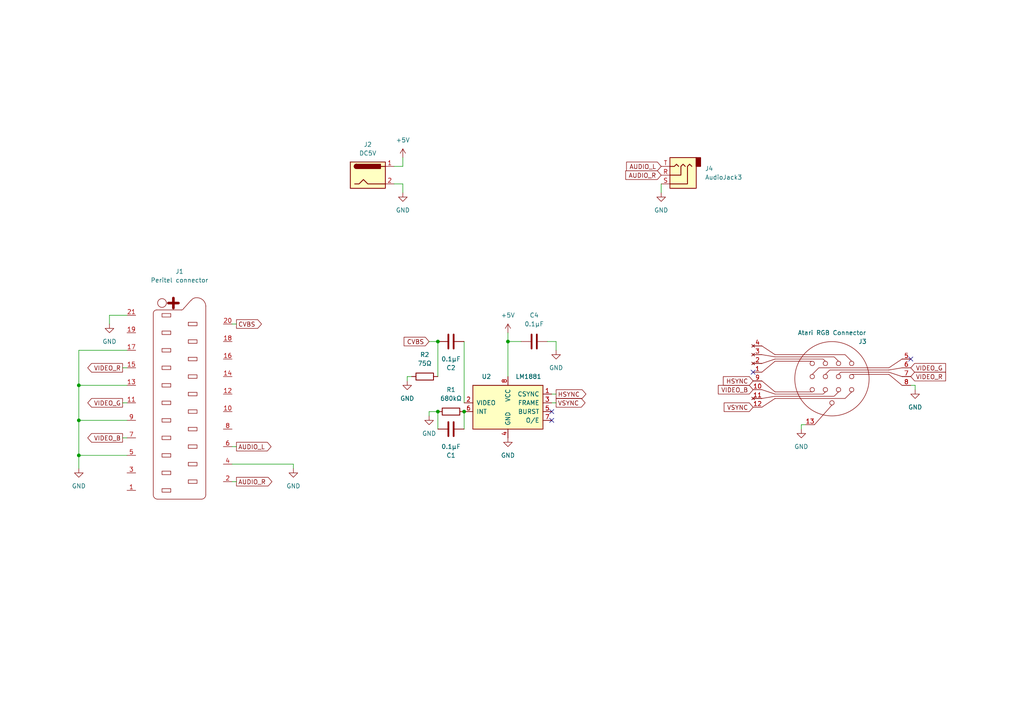
<source format=kicad_sch>
(kicad_sch (version 20230121) (generator eeschema)
  (paper "A4")
  (lib_symbols
    (symbol "Connector:Barrel_Jack" (pin_names (offset 1.016))
      (property "Reference" "J" (at 0 5.334 0))
      (property "Value" "Barrel_Jack" (at 0 -5.08 0))
      (symbol "Barrel_Jack_0_1"
        (rectangle (start -5.08 3.81) (end 5.08 -3.81) (stroke (width 0.254)) (fill (type background)))
        (arc (start -3.302 3.175) (mid -3.9343 2.54) (end -3.302 1.905) (stroke (width 0.254)))
        (arc (start -3.302 3.175) (mid -3.9343 2.54) (end -3.302 1.905) (stroke (width 0.254)) (fill (type outline)))
        (polyline (pts (xy 5.08 2.54) (xy 3.81 2.54)) (stroke (width 0.254)))
        (polyline (pts (xy -3.81 -2.54) (xy -2.54 -2.54) (xy -1.27 -1.27) (xy 0 -2.54) (xy 2.54 -2.54) (xy 5.08 -2.54)) (stroke (width 0.254)))
        (rectangle (start 3.683 3.175) (end -3.302 1.905) (stroke (width 0.254)) (fill (type outline)))
      )
      (symbol "Barrel_Jack_1_1"
        (pin passive line (at 7.62 2.54 180) (length 2.54) (name "~") (number "1"))
        (pin passive line (at 7.62 -2.54 180) (length 2.54) (name "~") (number "2"))
      )
    )
    (symbol "Connector:SCART-F" (pin_names (offset 0.762) hide)
      (property "Reference" "J" (at 0 31.75 0))
      (property "Value" "SCART-F" (at 1.016 -29.21 0))
      (symbol "SCART-F_0_1"
        (arc (start -7.62 -26.67) (mid -7.248 -27.568) (end -6.35 -27.94))
        (arc (start -6.604 26.9494) (mid -7.3224 26.6518) (end -7.62 25.9334))
        (rectangle (start -5.08 -24.892) (end -2.54 -25.908))
        (rectangle (start -5.08 -19.812) (end -2.54 -20.828))
        (rectangle (start -5.08 -14.732) (end -2.54 -15.748))
        (rectangle (start -5.08 -9.652) (end -2.54 -10.668))
        (rectangle (start -5.08 -4.572) (end -2.54 -5.588))
        (rectangle (start -5.08 0.508) (end -2.54 -0.508))
        (rectangle (start -5.08 5.588) (end -2.54 4.572))
        (rectangle (start -5.08 10.668) (end -2.54 9.652))
        (rectangle (start -5.08 15.748) (end -2.54 14.732))
        (rectangle (start -5.08 20.828) (end -2.54 19.812))
        (rectangle (start -5.08 25.908) (end -2.54 24.892))
        (circle (center -5.08 28.956) (radius 1.27))
        (polyline (pts (xy -7.62 22.86) (xy -7.62 -26.67)))
        (polyline (pts (xy -7.62 22.86) (xy -7.62 24.13)))
        (polyline (pts (xy -7.62 24.6634) (xy -7.62 24.13)))
        (polyline (pts (xy -7.62 24.6634) (xy -7.62 25.9334)))
        (polyline (pts (xy -6.604 26.9494) (xy 0.508 26.9494)))
        (polyline (pts (xy -6.35 -27.94) (xy 6.35 -27.94)))
        (polyline (pts (xy 3.302 29.718) (xy 1.27 27.432)))
        (polyline (pts (xy 4.826 30.48) (xy 5.08 30.48)))
        (polyline (pts (xy 7.62 -26.67) (xy 7.62 28.2194)))
        (arc (start 0.508 26.924) (mid 0.9569 27.0702) (end 1.2192 27.4574))
        (rectangle (start 2.54 -22.352) (end 5.08 -23.368))
        (rectangle (start 2.54 -17.272) (end 5.08 -18.288))
        (rectangle (start 2.54 -12.192) (end 5.08 -13.208))
        (rectangle (start 2.54 -7.112) (end 5.08 -8.128))
        (rectangle (start 2.54 -2.032) (end 5.08 -3.048))
        (rectangle (start 2.54 3.048) (end 5.08 2.032))
        (rectangle (start 2.54 8.128) (end 5.08 7.112))
        (rectangle (start 2.54 13.208) (end 5.08 12.192))
        (rectangle (start 2.54 18.288) (end 5.08 17.272))
        (rectangle (start 2.54 23.368) (end 5.08 22.352))
        (arc (start 4.826 30.48) (mid 3.999 30.2726) (end 3.3782 29.6926))
        (arc (start 6.35 -27.94) (mid 7.248 -27.568) (end 7.62 -26.67))
        (arc (start 7.62 27.94) (mid 6.8761 29.7361) (end 5.08 30.48))
        (text "+" (at -1.778 29.21 0) (effects (font (size 3.81 3.81) bold)))
      )
      (symbol "SCART-F_1_1"
        (pin passive line (at -15.24 -25.4 0) (length 2.54) (name "P1") (number "1"))
        (pin passive line (at 15.24 -2.54 180) (length 2.54) (name "P10") (number "10"))
        (pin passive line (at -15.24 0 0) (length 2.54) (name "P11") (number "11"))
        (pin passive line (at 15.24 2.54 180) (length 2.54) (name "P12") (number "12"))
        (pin passive line (at -15.24 5.08 0) (length 2.54) (name "P13") (number "13"))
        (pin passive line (at 15.24 7.62 180) (length 2.54) (name "P14") (number "14"))
        (pin passive line (at -15.24 10.16 0) (length 2.54) (name "P15") (number "15"))
        (pin passive line (at 15.24 12.7 180) (length 2.54) (name "P16") (number "16"))
        (pin passive line (at -15.24 15.24 0) (length 2.54) (name "P17") (number "17"))
        (pin passive line (at 15.24 17.78 180) (length 2.54) (name "P18") (number "18"))
        (pin passive line (at -15.24 20.32 0) (length 2.54) (name "P19") (number "19"))
        (pin passive line (at 15.24 -22.86 180) (length 2.54) (name "P2") (number "2"))
        (pin passive line (at 15.24 22.86 180) (length 2.54) (name "P20") (number "20"))
        (pin passive line (at -15.24 25.4 0) (length 2.54) (name "P21") (number "21"))
        (pin passive line (at -15.24 -20.32 0) (length 2.54) (name "P3") (number "3"))
        (pin passive line (at 15.24 -17.78 180) (length 2.54) (name "P4") (number "4"))
        (pin passive line (at -15.24 -15.24 0) (length 2.54) (name "P5") (number "5"))
        (pin passive line (at 15.24 -12.7 180) (length 2.54) (name "P6") (number "6"))
        (pin passive line (at -15.24 -10.16 0) (length 2.54) (name "P7") (number "7"))
        (pin passive line (at 15.24 -7.62 180) (length 2.54) (name "P8") (number "8"))
        (pin passive line (at -15.24 -5.08 0) (length 2.54) (name "P9") (number "9"))
      )
    )
    (symbol "Connector_Audio:AudioJack3"
      (property "Reference" "J" (at 0 8.89 0))
      (property "Value" "AudioJack3" (at 0 6.35 0))
      (symbol "AudioJack3_0_1"
        (rectangle (start -5.08 -5.08) (end -6.35 -2.54) (stroke (width 0.254)) (fill (type outline)))
        (polyline (pts (xy 0 -2.54) (xy 0.635 -3.175) (xy 1.27 -2.54) (xy 2.54 -2.54)) (stroke (width 0.254)))
        (polyline (pts (xy -1.905 -2.54) (xy -1.27 -3.175) (xy -0.635 -2.54) (xy -0.635 0) (xy 2.54 0)) (stroke (width 0.254)))
        (polyline (pts (xy 2.54 2.54) (xy -2.54 2.54) (xy -2.54 -2.54) (xy -3.175 -3.175) (xy -3.81 -2.54)) (stroke (width 0.254)))
        (rectangle (start 2.54 3.81) (end -5.08 -5.08) (stroke (width 0.254)) (fill (type background)))
      )
      (symbol "AudioJack3_1_1"
        (pin passive line (at 5.08 0 180) (length 2.54) (name "~") (number "R"))
        (pin passive line (at 5.08 2.54 180) (length 2.54) (name "~") (number "S"))
        (pin passive line (at 5.08 -2.54 180) (length 2.54) (name "~") (number "T"))
      )
    )
    (symbol "Device:C" (pin_numbers hide) (pin_names (offset 0.254))
      (property "Reference" "C" (at 0.635 2.54 0))
      (property "Value" "C" (at 0.635 -2.54 0))
      (symbol "C_0_1"
        (polyline (pts (xy -2.032 -0.762) (xy 2.032 -0.762)) (stroke (width 0.508)))
        (polyline (pts (xy -2.032 0.762) (xy 2.032 0.762)) (stroke (width 0.508)))
      )
      (symbol "C_1_1"
        (pin passive line (at 0 3.81 270) (length 2.794) (name "~") (number "1"))
        (pin passive line (at 0 -3.81 90) (length 2.794) (name "~") (number "2"))
      )
    )
    (symbol "Device:R" (pin_numbers hide) (pin_names (offset 0))
      (property "Reference" "R" (at 2.032 0 90))
      (property "Value" "R" (at 0 0 90))
      (symbol "R_0_1"
        (rectangle (start -1.016 -2.54) (end 1.016 2.54) (stroke (width 0.254)))
      )
      (symbol "R_1_1"
        (pin passive line (at 0 3.81 270) (length 1.27) (name "~") (number "1"))
        (pin passive line (at 0 -3.81 90) (length 1.27) (name "~") (number "2"))
      )
    )
    (symbol "Video:LM1881" (pin_names (offset 1.016))
      (property "Reference" "U" (at -8.89 8.89 0))
      (property "Value" "LM1881" (at 6.35 8.89 0))
      (symbol "LM1881_0_1"
        (rectangle (start -10.16 7.62) (end 10.16 -5.08) (stroke (width 0.254)) (fill (type background)))
      )
      (symbol "LM1881_1_1"
        (pin output line (at 12.7 5.08 180) (length 2.54) (name "CSYNC") (number "1"))
        (pin input line (at -12.7 2.54 0) (length 2.54) (name "VIDEO") (number "2"))
        (pin output line (at 12.7 2.54 180) (length 2.54) (name "FRAME") (number "3"))
        (pin power_in line (at 0 -7.62 90) (length 2.54) (name "GND") (number "4"))
        (pin output line (at 12.7 0 180) (length 2.54) (name "BURST") (number "5"))
        (pin input line (at -12.7 0 0) (length 2.54) (name "INT") (number "6"))
        (pin output line (at 12.7 -2.54 180) (length 2.54) (name "O/E") (number "7"))
        (pin power_in line (at 0 10.16 270) (length 2.54) (name "VCC") (number "8"))
      )
    )
    (symbol "power:+5V" (power) (pin_names (offset 0))
      (property "Value" "+5V" (at 0 3.556 0))
      (symbol "+5V_0_1"
        (polyline (pts (xy -0.762 1.27) (xy 0 2.54)))
        (polyline (pts (xy 0 0) (xy 0 2.54)))
        (polyline (pts (xy 0 2.54) (xy 0.762 1.27)))
      )
      (symbol "+5V_1_1"
        (pin power_in line (at 0 0 90) (length 0) hide (name "+5V") (number "1"))
      )
    )
    (symbol "power:GND" (power) (pin_names (offset 0))
      (property "Value" "GND" (at 0 -3.81 0))
      (symbol "GND_0_1"
        (polyline (pts (xy 0 0) (xy 0 -1.27) (xy 1.27 -1.27) (xy 0 -2.54) (xy -1.27 -1.27) (xy 0 -1.27)))
      )
      (symbol "GND_1_1"
        (pin power_in line (at 0 0 270) (length 0) hide (name "GND") (number "1"))
      )
    )
    (symbol "sc1224-scart:DIN-13"
      (property "Reference" "U" (at 0 -14.605 0))
      (property "Value" "DIN-13" (at 0 -12.7 0))
      (symbol "DIN-13_0_1"
        (circle (center -5.715 -5.08) (radius 0.635))
        (circle (center -5.715 -1.27) (radius 0.635))
        (circle (center -5.715 2.54) (radius 0.635))
        (circle (center -1.905 -5.08) (radius 0.635))
        (circle (center -1.905 -1.27) (radius 0.635))
        (circle (center -1.905 2.54) (radius 0.635))
        (circle (center 0 -0.635) (radius 10.7763))
        (polyline (pts (xy -20.32 -3.81) (xy -16.51 -3.175)))
        (polyline (pts (xy -20.32 -1.27) (xy -16.51 -2.54)))
        (polyline (pts (xy -20.32 1.27) (xy -16.51 -1.905)))
        (polyline (pts (xy -16.51 -3.81) (xy -20.32 -6.35)))
        (polyline (pts (xy -5.715 -1.905) (xy -16.51 -1.905)))
        (polyline (pts (xy 5.08 12.7) (xy 0 6.985)))
        (polyline (pts (xy 5.715 -5.715) (xy 16.51 -5.715)))
        (polyline (pts (xy 5.715 3.175) (xy 16.51 3.175)))
        (polyline (pts (xy 16.51 -7.62) (xy 20.32 -10.16)))
        (polyline (pts (xy 16.51 5.08) (xy 20.32 7.62)))
        (polyline (pts (xy 20.32 -7.62) (xy 16.51 -6.985)))
        (polyline (pts (xy 20.32 -5.08) (xy 16.51 -6.35)))
        (polyline (pts (xy 20.32 -2.54) (xy 16.51 -5.715)))
        (polyline (pts (xy 20.32 0) (xy 16.51 3.175)))
        (polyline (pts (xy 20.32 2.54) (xy 16.51 3.81)))
        (polyline (pts (xy 20.32 5.08) (xy 16.51 4.445)))
        (polyline (pts (xy -5.715 -5.715) (xy -3.81 -7.62) (xy 16.51 -7.62)))
        (polyline (pts (xy -5.715 3.175) (xy -3.81 5.08) (xy 16.51 5.08)))
        (polyline (pts (xy -1.905 -5.715) (xy -0.635 -6.985) (xy 16.51 -6.985)))
        (polyline (pts (xy -1.905 -1.905) (xy -2.54 -2.54) (xy -16.51 -2.54)))
        (polyline (pts (xy -1.905 3.175) (xy -0.635 4.445) (xy 16.51 4.445)))
        (polyline (pts (xy 1.905 -5.715) (xy 2.54 -6.35) (xy 16.51 -6.35)))
        (polyline (pts (xy 1.905 -1.905) (xy 0.635 -3.175) (xy -16.51 -3.175)))
        (polyline (pts (xy 1.905 3.175) (xy 2.54 3.81) (xy 16.51 3.81)))
        (polyline (pts (xy 5.715 -1.905) (xy 3.81 -3.81) (xy -16.51 -3.81)))
        (circle (center 0 6.35) (radius 0.635))
        (circle (center 1.905 -5.08) (radius 0.635))
        (circle (center 1.905 -1.27) (radius 0.635))
        (circle (center 1.905 2.54) (radius 0.635))
        (circle (center 5.715 -5.08) (radius 0.635))
        (circle (center 5.715 -1.27) (radius 0.635))
        (circle (center 5.715 2.54) (radius 0.635))
      )
      (symbol "DIN-13_1_1"
        (pin input line (at 22.86 -2.54 180) (length 2.54) (name "") (number "1"))
        (pin input line (at 22.86 2.54 180) (length 2.54) (name "") (number "10"))
        (pin no_connect line (at 22.86 5.08 180) (length 2.54) (name "") (number "11"))
        (pin input line (at 22.86 7.62 180) (length 2.54) (name "") (number "12"))
        (pin power_in line (at 7.62 12.7 180) (length 2.54) (name "") (number "13"))
        (pin no_connect line (at 22.86 -5.08 180) (length 2.54) (name "") (number "2"))
        (pin no_connect line (at 22.86 -7.62 180) (length 2.54) (name "") (number "3"))
        (pin no_connect line (at 22.86 -10.16 180) (length 2.54) (name "") (number "4"))
        (pin power_in line (at -22.86 -6.35 0) (length 2.54) (name "") (number "5"))
        (pin input line (at -22.86 -3.81 0) (length 2.54) (name "") (number "6"))
        (pin input line (at -22.86 -1.27 0) (length 2.54) (name "") (number "7"))
        (pin power_in line (at -22.86 1.27 0) (length 2.54) (name "") (number "8"))
        (pin input line (at 22.86 0 180) (length 2.54) (name "") (number "9"))
      )
    )
  )
  (junction (at 134.62 119.38))
  (junction (at 127 99.06))
  (junction (at 22.86 121.92))
  (junction (at 22.86 111.76))
  (junction (at 22.86 132.08))
  (junction (at 147.32 99.06))
  (junction (at 127 119.38))
  (no_connect (at 218.44 107.95))
  (no_connect (at 160.02 121.92))
  (no_connect (at 264.16 104.14))
  (no_connect (at 160.02 119.38))
  (wire (pts (xy 31.75 93.98) (xy 31.75 91.44)))
  (wire (pts (xy 114.3 53.34) (xy 116.84 53.34)))
  (wire (pts (xy 22.86 111.76) (xy 22.86 121.92)))
  (wire (pts (xy 22.86 121.92) (xy 36.83 121.92)))
  (wire (pts (xy 124.46 119.38) (xy 127 119.38)))
  (wire (pts (xy 147.32 99.06) (xy 147.32 109.22)))
  (wire (pts (xy 232.41 124.46) (xy 232.41 123.19)))
  (wire (pts (xy 85.09 134.62) (xy 67.31 134.62)))
  (wire (pts (xy 161.29 99.06) (xy 161.29 101.6)))
  (wire (pts (xy 68.58 129.54) (xy 67.31 129.54)))
  (wire (pts (xy 151.13 99.06) (xy 147.32 99.06)))
  (wire (pts (xy 22.86 132.08) (xy 22.86 135.89)))
  (wire (pts (xy 147.32 96.52) (xy 147.32 99.06)))
  (wire (pts (xy 35.56 127) (xy 36.83 127)))
  (wire (pts (xy 68.58 139.7) (xy 67.31 139.7)))
  (wire (pts (xy 31.75 91.44) (xy 36.83 91.44)))
  (wire (pts (xy 265.43 111.76) (xy 264.16 111.76)))
  (wire (pts (xy 134.62 99.06) (xy 134.62 116.84)))
  (wire (pts (xy 22.86 121.92) (xy 22.86 132.08)))
  (wire (pts (xy 35.56 116.84) (xy 36.83 116.84)))
  (wire (pts (xy 134.62 119.38) (xy 134.62 124.46)))
  (wire (pts (xy 124.46 99.06) (xy 127 99.06)))
  (wire (pts (xy 127 119.38) (xy 127 124.46)))
  (wire (pts (xy 161.29 116.84) (xy 160.02 116.84)))
  (wire (pts (xy 265.43 111.76) (xy 265.43 113.03)))
  (wire (pts (xy 116.84 48.26) (xy 116.84 45.72)))
  (wire (pts (xy 118.11 110.49) (xy 118.11 109.22)))
  (wire (pts (xy 68.58 93.98) (xy 67.31 93.98)))
  (wire (pts (xy 22.86 132.08) (xy 36.83 132.08)))
  (wire (pts (xy 161.29 114.3) (xy 160.02 114.3)))
  (wire (pts (xy 22.86 111.76) (xy 36.83 111.76)))
  (wire (pts (xy 22.86 101.6) (xy 36.83 101.6)))
  (wire (pts (xy 191.77 55.88) (xy 191.77 53.34)))
  (wire (pts (xy 232.41 123.19) (xy 233.68 123.19)))
  (wire (pts (xy 124.46 120.65) (xy 124.46 119.38)))
  (wire (pts (xy 35.56 106.68) (xy 36.83 106.68)))
  (wire (pts (xy 85.09 135.89) (xy 85.09 134.62)))
  (wire (pts (xy 116.84 53.34) (xy 116.84 55.88)))
  (wire (pts (xy 127 99.06) (xy 127 109.22)))
  (wire (pts (xy 118.11 109.22) (xy 119.38 109.22)))
  (wire (pts (xy 161.29 99.06) (xy 158.75 99.06)))
  (wire (pts (xy 22.86 101.6) (xy 22.86 111.76)))
  (wire (pts (xy 114.3 48.26) (xy 116.84 48.26)))
  (global_label "VIDEO_R" (shape output) (at 35.56 106.68 180) (property "Intersheetrefs" "${INTERSHEET_REFS}" (effects hide)))
  (global_label "CVBS" (shape input) (at 124.46 99.06 180) (property "Intersheetrefs" "${INTERSHEET_REFS}" (effects hide)))
  (global_label "CVBS" (shape output) (at 68.58 93.98 0) (property "Intersheetrefs" "${INTERSHEET_REFS}" (effects hide)))
  (global_label "VIDEO_G" (shape output) (at 35.56 116.84 180) (property "Intersheetrefs" "${INTERSHEET_REFS}" (effects hide)))
  (global_label "VIDEO_G" (shape input) (at 264.16 106.68 0) (property "Intersheetrefs" "${INTERSHEET_REFS}" (effects hide)))
  (global_label "HSYNC" (shape output) (at 161.29 114.3 0) (property "Intersheetrefs" "${INTERSHEET_REFS}" (effects hide)))
  (global_label "AUDIO_R" (shape input) (at 191.77 50.8 180) (property "Intersheetrefs" "${INTERSHEET_REFS}" (effects hide)))
  (global_label "VSYNC" (shape input) (at 218.44 118.11 180) (property "Intersheetrefs" "${INTERSHEET_REFS}" (effects hide)))
  (global_label "AUDIO_R" (shape output) (at 68.58 139.7 0) (property "Intersheetrefs" "${INTERSHEET_REFS}" (effects hide)))
  (global_label "VIDEO_B" (shape input) (at 218.44 113.03 180) (property "Intersheetrefs" "${INTERSHEET_REFS}" (effects hide)))
  (global_label "AUDIO_L" (shape input) (at 191.77 48.26 180) (property "Intersheetrefs" "${INTERSHEET_REFS}" (effects hide)))
  (global_label "VIDEO_R" (shape input) (at 264.16 109.22 0) (property "Intersheetrefs" "${INTERSHEET_REFS}" (effects hide)))
  (global_label "VSYNC" (shape output) (at 161.29 116.84 0) (property "Intersheetrefs" "${INTERSHEET_REFS}" (effects hide)))
  (global_label "VIDEO_B" (shape output) (at 35.56 127 180) (property "Intersheetrefs" "${INTERSHEET_REFS}" (effects hide)))
  (global_label "AUDIO_L" (shape output) (at 68.58 129.54 0) (property "Intersheetrefs" "${INTERSHEET_REFS}" (effects hide)))
  (global_label "HSYNC" (shape input) (at 218.44 110.49 180) (property "Intersheetrefs" "${INTERSHEET_REFS}" (effects hide)))
  (symbol (lib_id "Device:C") (at 130.81 99.06 90) (unit 1)
    (property "Reference" "C2" (at 130.81 106.68 90))
    (property "Value" "0.1µF" (at 130.81 104.14 90))
    (property "Footprint" "Capacitor_THT:C_Disc_D3.0mm_W1.6mm_P2.50mm" (effects hide))
  )
  (symbol (lib_id "Device:C") (at 130.81 124.46 90) (unit 1)
    (property "Reference" "C1" (at 130.81 132.08 90))
    (property "Value" "0.1µF" (at 130.81 129.54 90))
    (property "Footprint" "Capacitor_THT:C_Disc_D3.0mm_W1.6mm_P2.50mm" (effects hide))
  )
  (symbol (lib_id "power:GND") (at 85.09 135.89 0) (unit 1)
    (property "Reference" "#PWR013" (effects hide))
    (property "Value" "GND" (at 85.09 140.97 0))
  )
  (symbol (lib_id "Device:R") (at 130.81 119.38 90) (unit 1)
    (property "Reference" "R1" (at 130.81 113.03 90))
    (property "Value" "680kΩ" (at 130.81 115.57 90))
    (property "Footprint" "Resistor_THT:R_Axial_DIN0204_L3.6mm_D1.6mm_P5.08mm_Horizontal" (effects hide))
  )
  (symbol (lib_id "power:GND") (at 31.75 93.98 0) (unit 1)
    (property "Reference" "#PWR014" (effects hide))
    (property "Value" "GND" (at 31.75 99.06 0))
  )
  (symbol (lib_id "power:GND") (at 116.84 55.88 0) (unit 1)
    (property "Reference" "#PWR015" (effects hide))
    (property "Value" "GND" (at 116.84 60.96 0))
  )
  (symbol (lib_id "Device:R") (at 123.19 109.22 90) (unit 1)
    (property "Reference" "R2" (at 123.19 102.87 90))
    (property "Value" "75Ω" (at 123.19 105.41 90))
    (property "Footprint" "Resistor_THT:R_Axial_DIN0204_L3.6mm_D1.6mm_P5.08mm_Horizontal" (effects hide))
  )
  (symbol (lib_id "Device:C") (at 154.94 99.06 90) (unit 1)
    (property "Reference" "C4" (at 154.94 91.44 90))
    (property "Value" "0.1µF" (at 154.94 93.98 90))
    (property "Footprint" "Capacitor_THT:C_Disc_D3.0mm_W1.6mm_P2.50mm" (effects hide))
  )
  (symbol (lib_id "Connector:Barrel_Jack") (at 106.68 50.8 0) (unit 1)
    (property "Reference" "J2" (at 106.68 41.91 0))
    (property "Value" "DC5V" (at 106.68 44.45 0))
    (property "Footprint" "Connector_BarrelJack:BarrelJack_Wuerth_6941xx301002" (effects hide))
  )
  (symbol (lib_id "power:GND") (at 147.32 127 0) (unit 1)
    (property "Reference" "#PWR09" (effects hide))
    (property "Value" "GND" (at 147.32 132.08 0))
  )
  (symbol (lib_id "Connector_Audio:AudioJack3") (at 196.85 50.8 180) (unit 1)
    (property "Reference" "J4" (at 204.47 48.895 0) (effects (justify right)))
    (property "Value" "AudioJack3" (at 204.47 51.435 0) (effects (justify right)))
    (property "Footprint" "Connector_Audio:Jack_3.5mm_CUI_SJ1-3523N_Horizontal" (effects hide))
  )
  (symbol (lib_id "power:+5V") (at 147.32 96.52 0) (unit 1)
    (property "Reference" "#PWR06" (effects hide))
    (property "Value" "+5V" (at 147.32 91.44 0))
  )
  (symbol (lib_id "power:GND") (at 161.29 101.6 0) (unit 1)
    (property "Reference" "#PWR08" (effects hide))
    (property "Value" "GND" (at 161.29 106.68 0))
  )
  (symbol (lib_id "power:GND") (at 265.43 113.03 0) (unit 1)
    (property "Reference" "#PWR02" (effects hide))
    (property "Value" "GND" (at 265.43 118.11 0))
  )
  (symbol (lib_id "power:GND") (at 118.11 110.49 0) (unit 1)
    (property "Reference" "#PWR011" (effects hide))
    (property "Value" "GND" (at 118.11 115.57 0))
  )
  (symbol (lib_id "Video:LM1881") (at 147.32 119.38 0) (unit 1)
    (property "Reference" "U2" (at 139.7 109.22 0) (effects (justify left)))
    (property "Value" "LM1881" (at 149.5141 109.22 0) (effects (justify left)))
    (property "Footprint" "Package_SO:SOIC-8_3.9x4.9mm_P1.27mm" (effects hide))
  )
  (symbol (lib_id "Connector:SCART-F") (at 52.07 116.84 0) (unit 1)
    (property "Reference" "J1" (at 52.07 78.74 0))
    (property "Value" "Peritel connector" (at 52.07 81.28 0))
    (property "Footprint" "sc1224-scart:SCART" (effects hide))
    (property "Datasheet" " ~" (effects hide))
  )
  (symbol (lib_id "power:GND") (at 124.46 120.65 0) (unit 1)
    (property "Reference" "#PWR010" (effects hide))
    (property "Value" "GND" (at 124.46 125.73 0))
  )
  (symbol (lib_id "sc1224-scart:DIN-13") (at 241.3 110.49 180) (unit 1)
    (property "Reference" "J3" (at 250.19 99.06 0))
    (property "Value" "Atari RGB Connector" (at 241.3 96.52 0))
    (property "Footprint" "sc1224-scart:DIN-13" (effects hide))
  )
  (symbol (lib_id "power:GND") (at 232.41 124.46 0) (unit 1)
    (property "Reference" "#PWR01" (effects hide))
    (property "Value" "GND" (at 232.41 129.54 0))
  )
  (symbol (lib_id "power:+5V") (at 116.84 45.72 0) (unit 1)
    (property "Reference" "#PWR03" (effects hide))
    (property "Value" "+5V" (at 116.84 40.64 0))
  )
  (symbol (lib_id "power:GND") (at 191.77 55.88 0) (unit 1)
    (property "Reference" "#PWR016" (effects hide))
    (property "Value" "GND" (at 191.77 60.96 0))
  )
  (symbol (lib_id "power:GND") (at 22.86 135.89 0) (unit 1)
    (property "Reference" "#PWR012" (effects hide))
    (property "Value" "GND" (at 22.86 140.97 0))
  )
)
</source>
